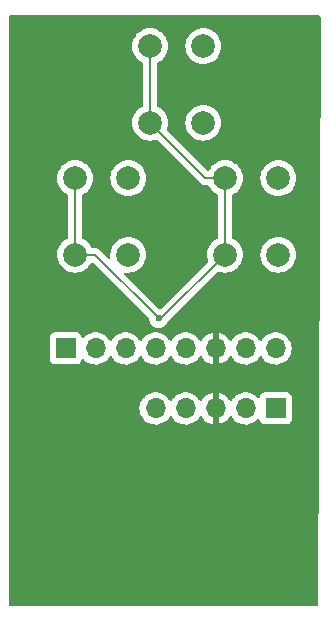
<source format=gbr>
%TF.GenerationSoftware,KiCad,Pcbnew,(6.0.5)*%
%TF.CreationDate,2022-11-12T13:49:09-06:00*%
%TF.ProjectId,remote,72656d6f-7465-42e6-9b69-6361645f7063,rev?*%
%TF.SameCoordinates,Original*%
%TF.FileFunction,Copper,L2,Bot*%
%TF.FilePolarity,Positive*%
%FSLAX46Y46*%
G04 Gerber Fmt 4.6, Leading zero omitted, Abs format (unit mm)*
G04 Created by KiCad (PCBNEW (6.0.5)) date 2022-11-12 13:49:09*
%MOMM*%
%LPD*%
G01*
G04 APERTURE LIST*
%TA.AperFunction,ComponentPad*%
%ADD10R,1.700000X1.700000*%
%TD*%
%TA.AperFunction,ComponentPad*%
%ADD11O,1.700000X1.700000*%
%TD*%
%TA.AperFunction,ComponentPad*%
%ADD12C,2.000000*%
%TD*%
%TA.AperFunction,ViaPad*%
%ADD13C,0.600000*%
%TD*%
%TA.AperFunction,Conductor*%
%ADD14C,0.127000*%
%TD*%
G04 APERTURE END LIST*
D10*
%TO.P,J4,1,Pin_1*%
%TO.N,Net-(J3-Pad8)*%
X101854000Y-135382000D03*
D11*
%TO.P,J4,2,Pin_2*%
%TO.N,Net-(J3-Pad7)*%
X99314000Y-135382000D03*
%TO.P,J4,3,Pin_3*%
%TO.N,/remote_GND*%
X96774000Y-135382000D03*
%TO.P,J4,4,Pin_4*%
%TO.N,Net-(J3-Pad5)*%
X94234000Y-135382000D03*
%TO.P,J4,5,Pin_5*%
%TO.N,Net-(J3-Pad4)*%
X91694000Y-135382000D03*
%TD*%
D12*
%TO.P,SW2,1,1*%
%TO.N,Net-(R13-Pad1)*%
X97572000Y-115876000D03*
X97572000Y-122376000D03*
%TO.P,SW2,2,2*%
%TO.N,Net-(J3-Pad2)*%
X102072000Y-122376000D03*
X102072000Y-115876000D03*
%TD*%
%TO.P,SW3,1,1*%
%TO.N,Net-(R13-Pad1)*%
X91222000Y-104700000D03*
X91222000Y-111200000D03*
%TO.P,SW3,2,2*%
%TO.N,Net-(J3-Pad3)*%
X95722000Y-111200000D03*
X95722000Y-104700000D03*
%TD*%
D10*
%TO.P,J3,1,Pin_1*%
%TO.N,Net-(J3-Pad1)*%
X84074000Y-130302000D03*
D11*
%TO.P,J3,2,Pin_2*%
%TO.N,Net-(J3-Pad2)*%
X86614000Y-130302000D03*
%TO.P,J3,3,Pin_3*%
%TO.N,Net-(J3-Pad3)*%
X89154000Y-130302000D03*
%TO.P,J3,4,Pin_4*%
%TO.N,Net-(J3-Pad4)*%
X91694000Y-130302000D03*
%TO.P,J3,5,Pin_5*%
%TO.N,Net-(J3-Pad5)*%
X94234000Y-130302000D03*
%TO.P,J3,6,Pin_6*%
%TO.N,/remote_GND*%
X96774000Y-130302000D03*
%TO.P,J3,7,Pin_7*%
%TO.N,Net-(J3-Pad7)*%
X99314000Y-130302000D03*
%TO.P,J3,8,Pin_8*%
%TO.N,Net-(J3-Pad8)*%
X101854000Y-130302000D03*
%TD*%
D12*
%TO.P,SW1,1,1*%
%TO.N,Net-(R13-Pad1)*%
X84872000Y-115876000D03*
X84872000Y-122376000D03*
%TO.P,SW1,2,2*%
%TO.N,Net-(J3-Pad1)*%
X89372000Y-115876000D03*
X89372000Y-122376000D03*
%TD*%
D13*
%TO.N,Net-(R13-Pad1)*%
X91948000Y-127762000D03*
%TD*%
D14*
%TO.N,Net-(R13-Pad1)*%
X84872000Y-122376000D02*
X84872000Y-115876000D01*
X97572000Y-122376000D02*
X97572000Y-115876000D01*
X92186000Y-127762000D02*
X97572000Y-122376000D01*
X91948000Y-127762000D02*
X92186000Y-127762000D01*
X97572000Y-115876000D02*
X95898000Y-115876000D01*
X86562000Y-122376000D02*
X84872000Y-122376000D01*
X95898000Y-115876000D02*
X91222000Y-111200000D01*
X91948000Y-127762000D02*
X86562000Y-122376000D01*
X91222000Y-111200000D02*
X91222000Y-104700000D01*
%TD*%
%TA.AperFunction,Conductor*%
%TO.N,/remote_GND*%
G36*
X105604208Y-102128502D02*
G01*
X105650701Y-102182158D01*
X105662085Y-102235132D01*
X105488814Y-136716025D01*
X105411909Y-152020133D01*
X105391565Y-152088153D01*
X105337677Y-152134375D01*
X105285911Y-152145500D01*
X79374500Y-152145500D01*
X79306379Y-152125498D01*
X79259886Y-152071842D01*
X79248500Y-152019500D01*
X79248500Y-135348695D01*
X90331251Y-135348695D01*
X90344110Y-135571715D01*
X90345247Y-135576761D01*
X90345248Y-135576767D01*
X90366275Y-135670069D01*
X90393222Y-135789639D01*
X90477266Y-135996616D01*
X90514685Y-136057678D01*
X90591291Y-136182688D01*
X90593987Y-136187088D01*
X90740250Y-136355938D01*
X90912126Y-136498632D01*
X91105000Y-136611338D01*
X91313692Y-136691030D01*
X91318760Y-136692061D01*
X91318763Y-136692062D01*
X91413862Y-136711410D01*
X91532597Y-136735567D01*
X91537772Y-136735757D01*
X91537774Y-136735757D01*
X91750673Y-136743564D01*
X91750677Y-136743564D01*
X91755837Y-136743753D01*
X91760957Y-136743097D01*
X91760959Y-136743097D01*
X91972288Y-136716025D01*
X91972289Y-136716025D01*
X91977416Y-136715368D01*
X91982366Y-136713883D01*
X92186429Y-136652661D01*
X92186434Y-136652659D01*
X92191384Y-136651174D01*
X92391994Y-136552896D01*
X92573860Y-136423173D01*
X92732096Y-136265489D01*
X92791594Y-136182689D01*
X92862453Y-136084077D01*
X92863776Y-136085028D01*
X92910645Y-136041857D01*
X92980580Y-136029625D01*
X93046026Y-136057144D01*
X93073875Y-136088994D01*
X93133987Y-136187088D01*
X93280250Y-136355938D01*
X93452126Y-136498632D01*
X93645000Y-136611338D01*
X93853692Y-136691030D01*
X93858760Y-136692061D01*
X93858763Y-136692062D01*
X93953862Y-136711410D01*
X94072597Y-136735567D01*
X94077772Y-136735757D01*
X94077774Y-136735757D01*
X94290673Y-136743564D01*
X94290677Y-136743564D01*
X94295837Y-136743753D01*
X94300957Y-136743097D01*
X94300959Y-136743097D01*
X94512288Y-136716025D01*
X94512289Y-136716025D01*
X94517416Y-136715368D01*
X94522366Y-136713883D01*
X94726429Y-136652661D01*
X94726434Y-136652659D01*
X94731384Y-136651174D01*
X94931994Y-136552896D01*
X95113860Y-136423173D01*
X95272096Y-136265489D01*
X95331594Y-136182689D01*
X95402453Y-136084077D01*
X95403640Y-136084930D01*
X95450960Y-136041362D01*
X95520897Y-136029145D01*
X95586338Y-136056678D01*
X95614166Y-136088511D01*
X95671694Y-136182388D01*
X95677777Y-136190699D01*
X95817213Y-136351667D01*
X95824580Y-136358883D01*
X95988434Y-136494916D01*
X95996881Y-136500831D01*
X96180756Y-136608279D01*
X96190042Y-136612729D01*
X96389001Y-136688703D01*
X96398899Y-136691579D01*
X96502250Y-136712606D01*
X96516299Y-136711410D01*
X96520000Y-136701065D01*
X96520000Y-136700517D01*
X97028000Y-136700517D01*
X97032064Y-136714359D01*
X97045478Y-136716393D01*
X97052184Y-136715534D01*
X97062262Y-136713392D01*
X97266255Y-136652191D01*
X97275842Y-136648433D01*
X97467095Y-136554739D01*
X97475945Y-136549464D01*
X97649328Y-136425792D01*
X97657200Y-136419139D01*
X97808052Y-136268812D01*
X97814730Y-136260965D01*
X97942022Y-136083819D01*
X97943279Y-136084722D01*
X97990373Y-136041362D01*
X98060311Y-136029145D01*
X98125751Y-136056678D01*
X98153579Y-136088511D01*
X98213987Y-136187088D01*
X98360250Y-136355938D01*
X98532126Y-136498632D01*
X98725000Y-136611338D01*
X98933692Y-136691030D01*
X98938760Y-136692061D01*
X98938763Y-136692062D01*
X99033862Y-136711410D01*
X99152597Y-136735567D01*
X99157772Y-136735757D01*
X99157774Y-136735757D01*
X99370673Y-136743564D01*
X99370677Y-136743564D01*
X99375837Y-136743753D01*
X99380957Y-136743097D01*
X99380959Y-136743097D01*
X99592288Y-136716025D01*
X99592289Y-136716025D01*
X99597416Y-136715368D01*
X99602366Y-136713883D01*
X99806429Y-136652661D01*
X99806434Y-136652659D01*
X99811384Y-136651174D01*
X100011994Y-136552896D01*
X100193860Y-136423173D01*
X100302091Y-136315319D01*
X100364462Y-136281404D01*
X100435268Y-136286592D01*
X100492030Y-136329238D01*
X100509012Y-136360341D01*
X100553385Y-136478705D01*
X100640739Y-136595261D01*
X100757295Y-136682615D01*
X100893684Y-136733745D01*
X100955866Y-136740500D01*
X102752134Y-136740500D01*
X102814316Y-136733745D01*
X102950705Y-136682615D01*
X103067261Y-136595261D01*
X103154615Y-136478705D01*
X103205745Y-136342316D01*
X103212500Y-136280134D01*
X103212500Y-134483866D01*
X103205745Y-134421684D01*
X103154615Y-134285295D01*
X103067261Y-134168739D01*
X102950705Y-134081385D01*
X102814316Y-134030255D01*
X102752134Y-134023500D01*
X100955866Y-134023500D01*
X100893684Y-134030255D01*
X100757295Y-134081385D01*
X100640739Y-134168739D01*
X100553385Y-134285295D01*
X100550233Y-134293703D01*
X100508919Y-134403907D01*
X100466277Y-134460671D01*
X100399716Y-134485371D01*
X100330367Y-134470163D01*
X100297743Y-134444476D01*
X100247151Y-134388875D01*
X100247142Y-134388866D01*
X100243670Y-134385051D01*
X100239619Y-134381852D01*
X100239615Y-134381848D01*
X100072414Y-134249800D01*
X100072410Y-134249798D01*
X100068359Y-134246598D01*
X100032028Y-134226542D01*
X100016136Y-134217769D01*
X99872789Y-134138638D01*
X99867920Y-134136914D01*
X99867916Y-134136912D01*
X99667087Y-134065795D01*
X99667083Y-134065794D01*
X99662212Y-134064069D01*
X99657119Y-134063162D01*
X99657116Y-134063161D01*
X99447373Y-134025800D01*
X99447367Y-134025799D01*
X99442284Y-134024894D01*
X99368452Y-134023992D01*
X99224081Y-134022228D01*
X99224079Y-134022228D01*
X99218911Y-134022165D01*
X98998091Y-134055955D01*
X98785756Y-134125357D01*
X98587607Y-134228507D01*
X98583474Y-134231610D01*
X98583471Y-134231612D01*
X98413100Y-134359530D01*
X98408965Y-134362635D01*
X98383541Y-134389240D01*
X98315280Y-134460671D01*
X98254629Y-134524138D01*
X98147204Y-134681618D01*
X98146898Y-134682066D01*
X98091987Y-134727069D01*
X98021462Y-134735240D01*
X97957715Y-134703986D01*
X97937018Y-134679502D01*
X97856426Y-134554926D01*
X97850136Y-134546757D01*
X97706806Y-134389240D01*
X97699273Y-134382215D01*
X97532139Y-134250222D01*
X97523552Y-134244517D01*
X97337117Y-134141599D01*
X97327705Y-134137369D01*
X97126959Y-134066280D01*
X97116988Y-134063646D01*
X97045837Y-134050972D01*
X97032540Y-134052432D01*
X97028000Y-134066989D01*
X97028000Y-136700517D01*
X96520000Y-136700517D01*
X96520000Y-134065102D01*
X96516082Y-134051758D01*
X96501806Y-134049771D01*
X96463324Y-134055660D01*
X96453288Y-134058051D01*
X96250868Y-134124212D01*
X96241359Y-134128209D01*
X96052463Y-134226542D01*
X96043738Y-134232036D01*
X95873433Y-134359905D01*
X95865726Y-134366748D01*
X95718590Y-134520717D01*
X95712109Y-134528722D01*
X95607498Y-134682074D01*
X95552587Y-134727076D01*
X95482062Y-134735247D01*
X95418315Y-134703993D01*
X95397618Y-134679509D01*
X95316822Y-134554617D01*
X95316820Y-134554614D01*
X95314014Y-134550277D01*
X95163670Y-134385051D01*
X95159619Y-134381852D01*
X95159615Y-134381848D01*
X94992414Y-134249800D01*
X94992410Y-134249798D01*
X94988359Y-134246598D01*
X94952028Y-134226542D01*
X94936136Y-134217769D01*
X94792789Y-134138638D01*
X94787920Y-134136914D01*
X94787916Y-134136912D01*
X94587087Y-134065795D01*
X94587083Y-134065794D01*
X94582212Y-134064069D01*
X94577119Y-134063162D01*
X94577116Y-134063161D01*
X94367373Y-134025800D01*
X94367367Y-134025799D01*
X94362284Y-134024894D01*
X94288452Y-134023992D01*
X94144081Y-134022228D01*
X94144079Y-134022228D01*
X94138911Y-134022165D01*
X93918091Y-134055955D01*
X93705756Y-134125357D01*
X93507607Y-134228507D01*
X93503474Y-134231610D01*
X93503471Y-134231612D01*
X93333100Y-134359530D01*
X93328965Y-134362635D01*
X93303541Y-134389240D01*
X93235280Y-134460671D01*
X93174629Y-134524138D01*
X93067201Y-134681621D01*
X93012293Y-134726621D01*
X92941768Y-134734792D01*
X92878021Y-134703538D01*
X92857324Y-134679054D01*
X92776822Y-134554617D01*
X92776820Y-134554614D01*
X92774014Y-134550277D01*
X92623670Y-134385051D01*
X92619619Y-134381852D01*
X92619615Y-134381848D01*
X92452414Y-134249800D01*
X92452410Y-134249798D01*
X92448359Y-134246598D01*
X92412028Y-134226542D01*
X92396136Y-134217769D01*
X92252789Y-134138638D01*
X92247920Y-134136914D01*
X92247916Y-134136912D01*
X92047087Y-134065795D01*
X92047083Y-134065794D01*
X92042212Y-134064069D01*
X92037119Y-134063162D01*
X92037116Y-134063161D01*
X91827373Y-134025800D01*
X91827367Y-134025799D01*
X91822284Y-134024894D01*
X91748452Y-134023992D01*
X91604081Y-134022228D01*
X91604079Y-134022228D01*
X91598911Y-134022165D01*
X91378091Y-134055955D01*
X91165756Y-134125357D01*
X90967607Y-134228507D01*
X90963474Y-134231610D01*
X90963471Y-134231612D01*
X90793100Y-134359530D01*
X90788965Y-134362635D01*
X90763541Y-134389240D01*
X90695280Y-134460671D01*
X90634629Y-134524138D01*
X90508743Y-134708680D01*
X90414688Y-134911305D01*
X90354989Y-135126570D01*
X90331251Y-135348695D01*
X79248500Y-135348695D01*
X79248500Y-131200134D01*
X82715500Y-131200134D01*
X82722255Y-131262316D01*
X82773385Y-131398705D01*
X82860739Y-131515261D01*
X82977295Y-131602615D01*
X83113684Y-131653745D01*
X83175866Y-131660500D01*
X84972134Y-131660500D01*
X85034316Y-131653745D01*
X85170705Y-131602615D01*
X85287261Y-131515261D01*
X85374615Y-131398705D01*
X85396799Y-131339529D01*
X85418598Y-131281382D01*
X85461240Y-131224618D01*
X85527802Y-131199918D01*
X85597150Y-131215126D01*
X85631817Y-131243114D01*
X85660250Y-131275938D01*
X85832126Y-131418632D01*
X86025000Y-131531338D01*
X86233692Y-131611030D01*
X86238760Y-131612061D01*
X86238763Y-131612062D01*
X86333862Y-131631410D01*
X86452597Y-131655567D01*
X86457772Y-131655757D01*
X86457774Y-131655757D01*
X86670673Y-131663564D01*
X86670677Y-131663564D01*
X86675837Y-131663753D01*
X86680957Y-131663097D01*
X86680959Y-131663097D01*
X86892288Y-131636025D01*
X86892289Y-131636025D01*
X86897416Y-131635368D01*
X86902366Y-131633883D01*
X87106429Y-131572661D01*
X87106434Y-131572659D01*
X87111384Y-131571174D01*
X87311994Y-131472896D01*
X87493860Y-131343173D01*
X87652096Y-131185489D01*
X87782453Y-131004077D01*
X87783776Y-131005028D01*
X87830645Y-130961857D01*
X87900580Y-130949625D01*
X87966026Y-130977144D01*
X87993875Y-131008994D01*
X88053987Y-131107088D01*
X88200250Y-131275938D01*
X88372126Y-131418632D01*
X88565000Y-131531338D01*
X88773692Y-131611030D01*
X88778760Y-131612061D01*
X88778763Y-131612062D01*
X88873862Y-131631410D01*
X88992597Y-131655567D01*
X88997772Y-131655757D01*
X88997774Y-131655757D01*
X89210673Y-131663564D01*
X89210677Y-131663564D01*
X89215837Y-131663753D01*
X89220957Y-131663097D01*
X89220959Y-131663097D01*
X89432288Y-131636025D01*
X89432289Y-131636025D01*
X89437416Y-131635368D01*
X89442366Y-131633883D01*
X89646429Y-131572661D01*
X89646434Y-131572659D01*
X89651384Y-131571174D01*
X89851994Y-131472896D01*
X90033860Y-131343173D01*
X90192096Y-131185489D01*
X90322453Y-131004077D01*
X90323776Y-131005028D01*
X90370645Y-130961857D01*
X90440580Y-130949625D01*
X90506026Y-130977144D01*
X90533875Y-131008994D01*
X90593987Y-131107088D01*
X90740250Y-131275938D01*
X90912126Y-131418632D01*
X91105000Y-131531338D01*
X91313692Y-131611030D01*
X91318760Y-131612061D01*
X91318763Y-131612062D01*
X91413862Y-131631410D01*
X91532597Y-131655567D01*
X91537772Y-131655757D01*
X91537774Y-131655757D01*
X91750673Y-131663564D01*
X91750677Y-131663564D01*
X91755837Y-131663753D01*
X91760957Y-131663097D01*
X91760959Y-131663097D01*
X91972288Y-131636025D01*
X91972289Y-131636025D01*
X91977416Y-131635368D01*
X91982366Y-131633883D01*
X92186429Y-131572661D01*
X92186434Y-131572659D01*
X92191384Y-131571174D01*
X92391994Y-131472896D01*
X92573860Y-131343173D01*
X92732096Y-131185489D01*
X92862453Y-131004077D01*
X92863776Y-131005028D01*
X92910645Y-130961857D01*
X92980580Y-130949625D01*
X93046026Y-130977144D01*
X93073875Y-131008994D01*
X93133987Y-131107088D01*
X93280250Y-131275938D01*
X93452126Y-131418632D01*
X93645000Y-131531338D01*
X93853692Y-131611030D01*
X93858760Y-131612061D01*
X93858763Y-131612062D01*
X93953862Y-131631410D01*
X94072597Y-131655567D01*
X94077772Y-131655757D01*
X94077774Y-131655757D01*
X94290673Y-131663564D01*
X94290677Y-131663564D01*
X94295837Y-131663753D01*
X94300957Y-131663097D01*
X94300959Y-131663097D01*
X94512288Y-131636025D01*
X94512289Y-131636025D01*
X94517416Y-131635368D01*
X94522366Y-131633883D01*
X94726429Y-131572661D01*
X94726434Y-131572659D01*
X94731384Y-131571174D01*
X94931994Y-131472896D01*
X95113860Y-131343173D01*
X95272096Y-131185489D01*
X95402453Y-131004077D01*
X95403640Y-131004930D01*
X95450960Y-130961362D01*
X95520897Y-130949145D01*
X95586338Y-130976678D01*
X95614166Y-131008511D01*
X95671694Y-131102388D01*
X95677777Y-131110699D01*
X95817213Y-131271667D01*
X95824580Y-131278883D01*
X95988434Y-131414916D01*
X95996881Y-131420831D01*
X96180756Y-131528279D01*
X96190042Y-131532729D01*
X96389001Y-131608703D01*
X96398899Y-131611579D01*
X96502250Y-131632606D01*
X96516299Y-131631410D01*
X96520000Y-131621065D01*
X96520000Y-131620517D01*
X97028000Y-131620517D01*
X97032064Y-131634359D01*
X97045478Y-131636393D01*
X97052184Y-131635534D01*
X97062262Y-131633392D01*
X97266255Y-131572191D01*
X97275842Y-131568433D01*
X97467095Y-131474739D01*
X97475945Y-131469464D01*
X97649328Y-131345792D01*
X97657200Y-131339139D01*
X97808052Y-131188812D01*
X97814730Y-131180965D01*
X97942022Y-131003819D01*
X97943279Y-131004722D01*
X97990373Y-130961362D01*
X98060311Y-130949145D01*
X98125751Y-130976678D01*
X98153579Y-131008511D01*
X98213987Y-131107088D01*
X98360250Y-131275938D01*
X98532126Y-131418632D01*
X98725000Y-131531338D01*
X98933692Y-131611030D01*
X98938760Y-131612061D01*
X98938763Y-131612062D01*
X99033862Y-131631410D01*
X99152597Y-131655567D01*
X99157772Y-131655757D01*
X99157774Y-131655757D01*
X99370673Y-131663564D01*
X99370677Y-131663564D01*
X99375837Y-131663753D01*
X99380957Y-131663097D01*
X99380959Y-131663097D01*
X99592288Y-131636025D01*
X99592289Y-131636025D01*
X99597416Y-131635368D01*
X99602366Y-131633883D01*
X99806429Y-131572661D01*
X99806434Y-131572659D01*
X99811384Y-131571174D01*
X100011994Y-131472896D01*
X100193860Y-131343173D01*
X100352096Y-131185489D01*
X100482453Y-131004077D01*
X100483776Y-131005028D01*
X100530645Y-130961857D01*
X100600580Y-130949625D01*
X100666026Y-130977144D01*
X100693875Y-131008994D01*
X100753987Y-131107088D01*
X100900250Y-131275938D01*
X101072126Y-131418632D01*
X101265000Y-131531338D01*
X101473692Y-131611030D01*
X101478760Y-131612061D01*
X101478763Y-131612062D01*
X101573862Y-131631410D01*
X101692597Y-131655567D01*
X101697772Y-131655757D01*
X101697774Y-131655757D01*
X101910673Y-131663564D01*
X101910677Y-131663564D01*
X101915837Y-131663753D01*
X101920957Y-131663097D01*
X101920959Y-131663097D01*
X102132288Y-131636025D01*
X102132289Y-131636025D01*
X102137416Y-131635368D01*
X102142366Y-131633883D01*
X102346429Y-131572661D01*
X102346434Y-131572659D01*
X102351384Y-131571174D01*
X102551994Y-131472896D01*
X102733860Y-131343173D01*
X102892096Y-131185489D01*
X103022453Y-131004077D01*
X103035995Y-130976678D01*
X103119136Y-130808453D01*
X103119137Y-130808451D01*
X103121430Y-130803811D01*
X103186370Y-130590069D01*
X103215529Y-130368590D01*
X103217156Y-130302000D01*
X103198852Y-130079361D01*
X103144431Y-129862702D01*
X103055354Y-129657840D01*
X102934014Y-129470277D01*
X102783670Y-129305051D01*
X102779619Y-129301852D01*
X102779615Y-129301848D01*
X102612414Y-129169800D01*
X102612410Y-129169798D01*
X102608359Y-129166598D01*
X102572028Y-129146542D01*
X102556136Y-129137769D01*
X102412789Y-129058638D01*
X102407920Y-129056914D01*
X102407916Y-129056912D01*
X102207087Y-128985795D01*
X102207083Y-128985794D01*
X102202212Y-128984069D01*
X102197119Y-128983162D01*
X102197116Y-128983161D01*
X101987373Y-128945800D01*
X101987367Y-128945799D01*
X101982284Y-128944894D01*
X101908452Y-128943992D01*
X101764081Y-128942228D01*
X101764079Y-128942228D01*
X101758911Y-128942165D01*
X101538091Y-128975955D01*
X101325756Y-129045357D01*
X101127607Y-129148507D01*
X101123474Y-129151610D01*
X101123471Y-129151612D01*
X100953100Y-129279530D01*
X100948965Y-129282635D01*
X100945393Y-129286373D01*
X100837729Y-129399037D01*
X100794629Y-129444138D01*
X100687201Y-129601621D01*
X100632293Y-129646621D01*
X100561768Y-129654792D01*
X100498021Y-129623538D01*
X100477324Y-129599054D01*
X100396822Y-129474617D01*
X100396820Y-129474614D01*
X100394014Y-129470277D01*
X100243670Y-129305051D01*
X100239619Y-129301852D01*
X100239615Y-129301848D01*
X100072414Y-129169800D01*
X100072410Y-129169798D01*
X100068359Y-129166598D01*
X100032028Y-129146542D01*
X100016136Y-129137769D01*
X99872789Y-129058638D01*
X99867920Y-129056914D01*
X99867916Y-129056912D01*
X99667087Y-128985795D01*
X99667083Y-128985794D01*
X99662212Y-128984069D01*
X99657119Y-128983162D01*
X99657116Y-128983161D01*
X99447373Y-128945800D01*
X99447367Y-128945799D01*
X99442284Y-128944894D01*
X99368452Y-128943992D01*
X99224081Y-128942228D01*
X99224079Y-128942228D01*
X99218911Y-128942165D01*
X98998091Y-128975955D01*
X98785756Y-129045357D01*
X98587607Y-129148507D01*
X98583474Y-129151610D01*
X98583471Y-129151612D01*
X98413100Y-129279530D01*
X98408965Y-129282635D01*
X98405393Y-129286373D01*
X98297729Y-129399037D01*
X98254629Y-129444138D01*
X98147204Y-129601618D01*
X98146898Y-129602066D01*
X98091987Y-129647069D01*
X98021462Y-129655240D01*
X97957715Y-129623986D01*
X97937018Y-129599502D01*
X97856426Y-129474926D01*
X97850136Y-129466757D01*
X97706806Y-129309240D01*
X97699273Y-129302215D01*
X97532139Y-129170222D01*
X97523552Y-129164517D01*
X97337117Y-129061599D01*
X97327705Y-129057369D01*
X97126959Y-128986280D01*
X97116988Y-128983646D01*
X97045837Y-128970972D01*
X97032540Y-128972432D01*
X97028000Y-128986989D01*
X97028000Y-131620517D01*
X96520000Y-131620517D01*
X96520000Y-128985102D01*
X96516082Y-128971758D01*
X96501806Y-128969771D01*
X96463324Y-128975660D01*
X96453288Y-128978051D01*
X96250868Y-129044212D01*
X96241359Y-129048209D01*
X96052463Y-129146542D01*
X96043738Y-129152036D01*
X95873433Y-129279905D01*
X95865726Y-129286748D01*
X95718590Y-129440717D01*
X95712109Y-129448722D01*
X95607498Y-129602074D01*
X95552587Y-129647076D01*
X95482062Y-129655247D01*
X95418315Y-129623993D01*
X95397618Y-129599509D01*
X95316822Y-129474617D01*
X95316820Y-129474614D01*
X95314014Y-129470277D01*
X95163670Y-129305051D01*
X95159619Y-129301852D01*
X95159615Y-129301848D01*
X94992414Y-129169800D01*
X94992410Y-129169798D01*
X94988359Y-129166598D01*
X94952028Y-129146542D01*
X94936136Y-129137769D01*
X94792789Y-129058638D01*
X94787920Y-129056914D01*
X94787916Y-129056912D01*
X94587087Y-128985795D01*
X94587083Y-128985794D01*
X94582212Y-128984069D01*
X94577119Y-128983162D01*
X94577116Y-128983161D01*
X94367373Y-128945800D01*
X94367367Y-128945799D01*
X94362284Y-128944894D01*
X94288452Y-128943992D01*
X94144081Y-128942228D01*
X94144079Y-128942228D01*
X94138911Y-128942165D01*
X93918091Y-128975955D01*
X93705756Y-129045357D01*
X93507607Y-129148507D01*
X93503474Y-129151610D01*
X93503471Y-129151612D01*
X93333100Y-129279530D01*
X93328965Y-129282635D01*
X93325393Y-129286373D01*
X93217729Y-129399037D01*
X93174629Y-129444138D01*
X93067201Y-129601621D01*
X93012293Y-129646621D01*
X92941768Y-129654792D01*
X92878021Y-129623538D01*
X92857324Y-129599054D01*
X92776822Y-129474617D01*
X92776820Y-129474614D01*
X92774014Y-129470277D01*
X92623670Y-129305051D01*
X92619619Y-129301852D01*
X92619615Y-129301848D01*
X92452414Y-129169800D01*
X92452410Y-129169798D01*
X92448359Y-129166598D01*
X92412028Y-129146542D01*
X92396136Y-129137769D01*
X92252789Y-129058638D01*
X92247920Y-129056914D01*
X92247916Y-129056912D01*
X92047087Y-128985795D01*
X92047083Y-128985794D01*
X92042212Y-128984069D01*
X92037119Y-128983162D01*
X92037116Y-128983161D01*
X91827373Y-128945800D01*
X91827367Y-128945799D01*
X91822284Y-128944894D01*
X91748452Y-128943992D01*
X91604081Y-128942228D01*
X91604079Y-128942228D01*
X91598911Y-128942165D01*
X91378091Y-128975955D01*
X91165756Y-129045357D01*
X90967607Y-129148507D01*
X90963474Y-129151610D01*
X90963471Y-129151612D01*
X90793100Y-129279530D01*
X90788965Y-129282635D01*
X90785393Y-129286373D01*
X90677729Y-129399037D01*
X90634629Y-129444138D01*
X90527201Y-129601621D01*
X90472293Y-129646621D01*
X90401768Y-129654792D01*
X90338021Y-129623538D01*
X90317324Y-129599054D01*
X90236822Y-129474617D01*
X90236820Y-129474614D01*
X90234014Y-129470277D01*
X90083670Y-129305051D01*
X90079619Y-129301852D01*
X90079615Y-129301848D01*
X89912414Y-129169800D01*
X89912410Y-129169798D01*
X89908359Y-129166598D01*
X89872028Y-129146542D01*
X89856136Y-129137769D01*
X89712789Y-129058638D01*
X89707920Y-129056914D01*
X89707916Y-129056912D01*
X89507087Y-128985795D01*
X89507083Y-128985794D01*
X89502212Y-128984069D01*
X89497119Y-128983162D01*
X89497116Y-128983161D01*
X89287373Y-128945800D01*
X89287367Y-128945799D01*
X89282284Y-128944894D01*
X89208452Y-128943992D01*
X89064081Y-128942228D01*
X89064079Y-128942228D01*
X89058911Y-128942165D01*
X88838091Y-128975955D01*
X88625756Y-129045357D01*
X88427607Y-129148507D01*
X88423474Y-129151610D01*
X88423471Y-129151612D01*
X88253100Y-129279530D01*
X88248965Y-129282635D01*
X88245393Y-129286373D01*
X88137729Y-129399037D01*
X88094629Y-129444138D01*
X87987201Y-129601621D01*
X87932293Y-129646621D01*
X87861768Y-129654792D01*
X87798021Y-129623538D01*
X87777324Y-129599054D01*
X87696822Y-129474617D01*
X87696820Y-129474614D01*
X87694014Y-129470277D01*
X87543670Y-129305051D01*
X87539619Y-129301852D01*
X87539615Y-129301848D01*
X87372414Y-129169800D01*
X87372410Y-129169798D01*
X87368359Y-129166598D01*
X87332028Y-129146542D01*
X87316136Y-129137769D01*
X87172789Y-129058638D01*
X87167920Y-129056914D01*
X87167916Y-129056912D01*
X86967087Y-128985795D01*
X86967083Y-128985794D01*
X86962212Y-128984069D01*
X86957119Y-128983162D01*
X86957116Y-128983161D01*
X86747373Y-128945800D01*
X86747367Y-128945799D01*
X86742284Y-128944894D01*
X86668452Y-128943992D01*
X86524081Y-128942228D01*
X86524079Y-128942228D01*
X86518911Y-128942165D01*
X86298091Y-128975955D01*
X86085756Y-129045357D01*
X85887607Y-129148507D01*
X85883474Y-129151610D01*
X85883471Y-129151612D01*
X85713100Y-129279530D01*
X85708965Y-129282635D01*
X85652537Y-129341684D01*
X85628283Y-129367064D01*
X85566759Y-129402494D01*
X85495846Y-129399037D01*
X85438060Y-129357791D01*
X85419207Y-129324243D01*
X85377767Y-129213703D01*
X85374615Y-129205295D01*
X85287261Y-129088739D01*
X85170705Y-129001385D01*
X85034316Y-128950255D01*
X84972134Y-128943500D01*
X83175866Y-128943500D01*
X83113684Y-128950255D01*
X82977295Y-129001385D01*
X82860739Y-129088739D01*
X82773385Y-129205295D01*
X82722255Y-129341684D01*
X82715500Y-129403866D01*
X82715500Y-131200134D01*
X79248500Y-131200134D01*
X79248500Y-122376000D01*
X83358835Y-122376000D01*
X83377465Y-122612711D01*
X83378619Y-122617518D01*
X83378620Y-122617524D01*
X83392753Y-122676391D01*
X83432895Y-122843594D01*
X83434788Y-122848165D01*
X83434789Y-122848167D01*
X83503197Y-123013318D01*
X83523760Y-123062963D01*
X83526346Y-123067183D01*
X83645241Y-123261202D01*
X83645245Y-123261208D01*
X83647824Y-123265416D01*
X83802031Y-123445969D01*
X83982584Y-123600176D01*
X83986792Y-123602755D01*
X83986798Y-123602759D01*
X84180817Y-123721654D01*
X84185037Y-123724240D01*
X84189607Y-123726133D01*
X84189611Y-123726135D01*
X84351020Y-123792992D01*
X84404406Y-123815105D01*
X84484609Y-123834360D01*
X84630476Y-123869380D01*
X84630482Y-123869381D01*
X84635289Y-123870535D01*
X84872000Y-123889165D01*
X85108711Y-123870535D01*
X85113518Y-123869381D01*
X85113524Y-123869380D01*
X85259391Y-123834360D01*
X85339594Y-123815105D01*
X85392980Y-123792992D01*
X85554389Y-123726135D01*
X85554393Y-123726133D01*
X85558963Y-123724240D01*
X85563183Y-123721654D01*
X85757202Y-123602759D01*
X85757208Y-123602755D01*
X85761416Y-123600176D01*
X85941969Y-123445969D01*
X86096176Y-123265416D01*
X86098755Y-123261208D01*
X86098759Y-123261202D01*
X86220240Y-123062963D01*
X86222835Y-123058906D01*
X86222837Y-123058903D01*
X86277266Y-123013318D01*
X86347700Y-123004396D01*
X86416770Y-123039700D01*
X91103295Y-127726225D01*
X91137321Y-127788537D01*
X91139599Y-127803024D01*
X91152163Y-127931160D01*
X91209418Y-128103273D01*
X91213065Y-128109295D01*
X91213066Y-128109297D01*
X91223978Y-128127314D01*
X91303380Y-128258424D01*
X91429382Y-128388902D01*
X91581159Y-128488222D01*
X91587763Y-128490678D01*
X91587765Y-128490679D01*
X91744558Y-128548990D01*
X91744560Y-128548990D01*
X91751168Y-128551448D01*
X91834995Y-128562633D01*
X91923980Y-128574507D01*
X91923984Y-128574507D01*
X91930961Y-128575438D01*
X91937972Y-128574800D01*
X91937976Y-128574800D01*
X92080459Y-128561832D01*
X92111600Y-128558998D01*
X92118302Y-128556820D01*
X92118304Y-128556820D01*
X92277409Y-128505124D01*
X92277412Y-128505123D01*
X92284108Y-128502947D01*
X92439912Y-128410069D01*
X92571266Y-128284982D01*
X92671643Y-128133902D01*
X92691832Y-128080756D01*
X92720524Y-128036406D01*
X96929912Y-123827018D01*
X96992224Y-123792992D01*
X97067225Y-123799704D01*
X97104406Y-123815105D01*
X97184609Y-123834360D01*
X97330476Y-123869380D01*
X97330482Y-123869381D01*
X97335289Y-123870535D01*
X97572000Y-123889165D01*
X97808711Y-123870535D01*
X97813518Y-123869381D01*
X97813524Y-123869380D01*
X97959391Y-123834360D01*
X98039594Y-123815105D01*
X98092980Y-123792992D01*
X98254389Y-123726135D01*
X98254393Y-123726133D01*
X98258963Y-123724240D01*
X98263183Y-123721654D01*
X98457202Y-123602759D01*
X98457208Y-123602755D01*
X98461416Y-123600176D01*
X98641969Y-123445969D01*
X98796176Y-123265416D01*
X98798755Y-123261208D01*
X98798759Y-123261202D01*
X98917654Y-123067183D01*
X98920240Y-123062963D01*
X98940804Y-123013318D01*
X99009211Y-122848167D01*
X99009212Y-122848165D01*
X99011105Y-122843594D01*
X99051247Y-122676391D01*
X99065380Y-122617524D01*
X99065381Y-122617518D01*
X99066535Y-122612711D01*
X99085165Y-122376000D01*
X100558835Y-122376000D01*
X100577465Y-122612711D01*
X100578619Y-122617518D01*
X100578620Y-122617524D01*
X100592753Y-122676391D01*
X100632895Y-122843594D01*
X100634788Y-122848165D01*
X100634789Y-122848167D01*
X100703197Y-123013318D01*
X100723760Y-123062963D01*
X100726346Y-123067183D01*
X100845241Y-123261202D01*
X100845245Y-123261208D01*
X100847824Y-123265416D01*
X101002031Y-123445969D01*
X101182584Y-123600176D01*
X101186792Y-123602755D01*
X101186798Y-123602759D01*
X101380817Y-123721654D01*
X101385037Y-123724240D01*
X101389607Y-123726133D01*
X101389611Y-123726135D01*
X101551020Y-123792992D01*
X101604406Y-123815105D01*
X101684609Y-123834360D01*
X101830476Y-123869380D01*
X101830482Y-123869381D01*
X101835289Y-123870535D01*
X102072000Y-123889165D01*
X102308711Y-123870535D01*
X102313518Y-123869381D01*
X102313524Y-123869380D01*
X102459391Y-123834360D01*
X102539594Y-123815105D01*
X102592980Y-123792992D01*
X102754389Y-123726135D01*
X102754393Y-123726133D01*
X102758963Y-123724240D01*
X102763183Y-123721654D01*
X102957202Y-123602759D01*
X102957208Y-123602755D01*
X102961416Y-123600176D01*
X103141969Y-123445969D01*
X103296176Y-123265416D01*
X103298755Y-123261208D01*
X103298759Y-123261202D01*
X103417654Y-123067183D01*
X103420240Y-123062963D01*
X103440804Y-123013318D01*
X103509211Y-122848167D01*
X103509212Y-122848165D01*
X103511105Y-122843594D01*
X103551247Y-122676391D01*
X103565380Y-122617524D01*
X103565381Y-122617518D01*
X103566535Y-122612711D01*
X103585165Y-122376000D01*
X103566535Y-122139289D01*
X103511105Y-121908406D01*
X103475267Y-121821884D01*
X103422135Y-121693611D01*
X103422133Y-121693607D01*
X103420240Y-121689037D01*
X103417654Y-121684817D01*
X103298759Y-121490798D01*
X103298755Y-121490792D01*
X103296176Y-121486584D01*
X103141969Y-121306031D01*
X102961416Y-121151824D01*
X102957208Y-121149245D01*
X102957202Y-121149241D01*
X102763183Y-121030346D01*
X102758963Y-121027760D01*
X102754393Y-121025867D01*
X102754389Y-121025865D01*
X102544167Y-120938789D01*
X102544165Y-120938788D01*
X102539594Y-120936895D01*
X102459391Y-120917640D01*
X102313524Y-120882620D01*
X102313518Y-120882619D01*
X102308711Y-120881465D01*
X102072000Y-120862835D01*
X101835289Y-120881465D01*
X101830482Y-120882619D01*
X101830476Y-120882620D01*
X101684609Y-120917640D01*
X101604406Y-120936895D01*
X101599835Y-120938788D01*
X101599833Y-120938789D01*
X101389611Y-121025865D01*
X101389607Y-121025867D01*
X101385037Y-121027760D01*
X101380817Y-121030346D01*
X101186798Y-121149241D01*
X101186792Y-121149245D01*
X101182584Y-121151824D01*
X101002031Y-121306031D01*
X100847824Y-121486584D01*
X100845245Y-121490792D01*
X100845241Y-121490798D01*
X100726346Y-121684817D01*
X100723760Y-121689037D01*
X100721867Y-121693607D01*
X100721865Y-121693611D01*
X100668733Y-121821884D01*
X100632895Y-121908406D01*
X100577465Y-122139289D01*
X100558835Y-122376000D01*
X99085165Y-122376000D01*
X99066535Y-122139289D01*
X99011105Y-121908406D01*
X98975267Y-121821884D01*
X98922135Y-121693611D01*
X98922133Y-121693607D01*
X98920240Y-121689037D01*
X98917654Y-121684817D01*
X98798759Y-121490798D01*
X98798755Y-121490792D01*
X98796176Y-121486584D01*
X98641969Y-121306031D01*
X98461416Y-121151824D01*
X98457208Y-121149245D01*
X98457202Y-121149241D01*
X98263183Y-121030346D01*
X98258963Y-121027760D01*
X98221783Y-121012359D01*
X98166501Y-120967810D01*
X98144000Y-120895950D01*
X98144000Y-117356050D01*
X98164002Y-117287929D01*
X98221782Y-117239641D01*
X98254388Y-117226135D01*
X98258963Y-117224240D01*
X98263183Y-117221654D01*
X98457202Y-117102759D01*
X98457208Y-117102755D01*
X98461416Y-117100176D01*
X98641969Y-116945969D01*
X98796176Y-116765416D01*
X98798755Y-116761208D01*
X98798759Y-116761202D01*
X98917654Y-116567183D01*
X98920240Y-116562963D01*
X98965815Y-116452936D01*
X99009211Y-116348167D01*
X99009212Y-116348165D01*
X99011105Y-116343594D01*
X99066535Y-116112711D01*
X99085165Y-115876000D01*
X100558835Y-115876000D01*
X100577465Y-116112711D01*
X100632895Y-116343594D01*
X100634788Y-116348165D01*
X100634789Y-116348167D01*
X100678186Y-116452936D01*
X100723760Y-116562963D01*
X100726346Y-116567183D01*
X100845241Y-116761202D01*
X100845245Y-116761208D01*
X100847824Y-116765416D01*
X101002031Y-116945969D01*
X101182584Y-117100176D01*
X101186792Y-117102755D01*
X101186798Y-117102759D01*
X101380817Y-117221654D01*
X101385037Y-117224240D01*
X101389607Y-117226133D01*
X101389611Y-117226135D01*
X101599833Y-117313211D01*
X101604406Y-117315105D01*
X101684609Y-117334360D01*
X101830476Y-117369380D01*
X101830482Y-117369381D01*
X101835289Y-117370535D01*
X102072000Y-117389165D01*
X102308711Y-117370535D01*
X102313518Y-117369381D01*
X102313524Y-117369380D01*
X102459391Y-117334360D01*
X102539594Y-117315105D01*
X102544167Y-117313211D01*
X102754389Y-117226135D01*
X102754393Y-117226133D01*
X102758963Y-117224240D01*
X102763183Y-117221654D01*
X102957202Y-117102759D01*
X102957208Y-117102755D01*
X102961416Y-117100176D01*
X103141969Y-116945969D01*
X103296176Y-116765416D01*
X103298755Y-116761208D01*
X103298759Y-116761202D01*
X103417654Y-116567183D01*
X103420240Y-116562963D01*
X103465815Y-116452936D01*
X103509211Y-116348167D01*
X103509212Y-116348165D01*
X103511105Y-116343594D01*
X103566535Y-116112711D01*
X103585165Y-115876000D01*
X103566535Y-115639289D01*
X103511105Y-115408406D01*
X103429028Y-115210253D01*
X103422135Y-115193611D01*
X103422133Y-115193607D01*
X103420240Y-115189037D01*
X103414162Y-115179119D01*
X103298759Y-114990798D01*
X103298755Y-114990792D01*
X103296176Y-114986584D01*
X103141969Y-114806031D01*
X102961416Y-114651824D01*
X102957208Y-114649245D01*
X102957202Y-114649241D01*
X102763183Y-114530346D01*
X102758963Y-114527760D01*
X102754393Y-114525867D01*
X102754389Y-114525865D01*
X102544167Y-114438789D01*
X102544165Y-114438788D01*
X102539594Y-114436895D01*
X102459391Y-114417640D01*
X102313524Y-114382620D01*
X102313518Y-114382619D01*
X102308711Y-114381465D01*
X102072000Y-114362835D01*
X101835289Y-114381465D01*
X101830482Y-114382619D01*
X101830476Y-114382620D01*
X101684609Y-114417640D01*
X101604406Y-114436895D01*
X101599835Y-114438788D01*
X101599833Y-114438789D01*
X101389611Y-114525865D01*
X101389607Y-114525867D01*
X101385037Y-114527760D01*
X101380817Y-114530346D01*
X101186798Y-114649241D01*
X101186792Y-114649245D01*
X101182584Y-114651824D01*
X101002031Y-114806031D01*
X100847824Y-114986584D01*
X100845245Y-114990792D01*
X100845241Y-114990798D01*
X100729838Y-115179119D01*
X100723760Y-115189037D01*
X100721867Y-115193607D01*
X100721865Y-115193611D01*
X100714972Y-115210253D01*
X100632895Y-115408406D01*
X100577465Y-115639289D01*
X100558835Y-115876000D01*
X99085165Y-115876000D01*
X99066535Y-115639289D01*
X99011105Y-115408406D01*
X98929028Y-115210253D01*
X98922135Y-115193611D01*
X98922133Y-115193607D01*
X98920240Y-115189037D01*
X98914162Y-115179119D01*
X98798759Y-114990798D01*
X98798755Y-114990792D01*
X98796176Y-114986584D01*
X98641969Y-114806031D01*
X98461416Y-114651824D01*
X98457208Y-114649245D01*
X98457202Y-114649241D01*
X98263183Y-114530346D01*
X98258963Y-114527760D01*
X98254393Y-114525867D01*
X98254389Y-114525865D01*
X98044167Y-114438789D01*
X98044165Y-114438788D01*
X98039594Y-114436895D01*
X97959391Y-114417640D01*
X97813524Y-114382620D01*
X97813518Y-114382619D01*
X97808711Y-114381465D01*
X97572000Y-114362835D01*
X97335289Y-114381465D01*
X97330482Y-114382619D01*
X97330476Y-114382620D01*
X97184609Y-114417640D01*
X97104406Y-114436895D01*
X97099835Y-114438788D01*
X97099833Y-114438789D01*
X96889611Y-114525865D01*
X96889607Y-114525867D01*
X96885037Y-114527760D01*
X96880817Y-114530346D01*
X96686798Y-114649241D01*
X96686792Y-114649245D01*
X96682584Y-114651824D01*
X96502031Y-114806031D01*
X96347824Y-114986584D01*
X96345242Y-114990797D01*
X96345235Y-114990807D01*
X96229836Y-115179119D01*
X96177189Y-115226751D01*
X96107147Y-115238357D01*
X96041950Y-115210253D01*
X96033309Y-115202379D01*
X92673018Y-111842088D01*
X92638992Y-111779776D01*
X92645704Y-111704775D01*
X92659211Y-111672167D01*
X92659212Y-111672165D01*
X92661105Y-111667594D01*
X92716535Y-111436711D01*
X92735165Y-111200000D01*
X94208835Y-111200000D01*
X94227465Y-111436711D01*
X94282895Y-111667594D01*
X94373760Y-111886963D01*
X94376346Y-111891183D01*
X94495241Y-112085202D01*
X94495245Y-112085208D01*
X94497824Y-112089416D01*
X94652031Y-112269969D01*
X94832584Y-112424176D01*
X94836792Y-112426755D01*
X94836798Y-112426759D01*
X95030817Y-112545654D01*
X95035037Y-112548240D01*
X95039607Y-112550133D01*
X95039611Y-112550135D01*
X95217224Y-112623704D01*
X95254406Y-112639105D01*
X95334609Y-112658360D01*
X95480476Y-112693380D01*
X95480482Y-112693381D01*
X95485289Y-112694535D01*
X95722000Y-112713165D01*
X95958711Y-112694535D01*
X95963518Y-112693381D01*
X95963524Y-112693380D01*
X96109391Y-112658360D01*
X96189594Y-112639105D01*
X96226776Y-112623704D01*
X96404389Y-112550135D01*
X96404393Y-112550133D01*
X96408963Y-112548240D01*
X96413183Y-112545654D01*
X96607202Y-112426759D01*
X96607208Y-112426755D01*
X96611416Y-112424176D01*
X96791969Y-112269969D01*
X96946176Y-112089416D01*
X96948755Y-112085208D01*
X96948759Y-112085202D01*
X97067654Y-111891183D01*
X97070240Y-111886963D01*
X97161105Y-111667594D01*
X97216535Y-111436711D01*
X97235165Y-111200000D01*
X97216535Y-110963289D01*
X97161105Y-110732406D01*
X97070240Y-110513037D01*
X97067654Y-110508817D01*
X96948759Y-110314798D01*
X96948755Y-110314792D01*
X96946176Y-110310584D01*
X96791969Y-110130031D01*
X96611416Y-109975824D01*
X96607208Y-109973245D01*
X96607202Y-109973241D01*
X96413183Y-109854346D01*
X96408963Y-109851760D01*
X96404393Y-109849867D01*
X96404389Y-109849865D01*
X96194167Y-109762789D01*
X96194165Y-109762788D01*
X96189594Y-109760895D01*
X96109391Y-109741640D01*
X95963524Y-109706620D01*
X95963518Y-109706619D01*
X95958711Y-109705465D01*
X95722000Y-109686835D01*
X95485289Y-109705465D01*
X95480482Y-109706619D01*
X95480476Y-109706620D01*
X95334609Y-109741640D01*
X95254406Y-109760895D01*
X95249835Y-109762788D01*
X95249833Y-109762789D01*
X95039611Y-109849865D01*
X95039607Y-109849867D01*
X95035037Y-109851760D01*
X95030817Y-109854346D01*
X94836798Y-109973241D01*
X94836792Y-109973245D01*
X94832584Y-109975824D01*
X94652031Y-110130031D01*
X94497824Y-110310584D01*
X94495245Y-110314792D01*
X94495241Y-110314798D01*
X94376346Y-110508817D01*
X94373760Y-110513037D01*
X94282895Y-110732406D01*
X94227465Y-110963289D01*
X94208835Y-111200000D01*
X92735165Y-111200000D01*
X92716535Y-110963289D01*
X92661105Y-110732406D01*
X92570240Y-110513037D01*
X92567654Y-110508817D01*
X92448759Y-110314798D01*
X92448755Y-110314792D01*
X92446176Y-110310584D01*
X92291969Y-110130031D01*
X92111416Y-109975824D01*
X92107208Y-109973245D01*
X92107202Y-109973241D01*
X91913183Y-109854346D01*
X91908963Y-109851760D01*
X91871783Y-109836359D01*
X91816501Y-109791810D01*
X91794000Y-109719950D01*
X91794000Y-106180050D01*
X91814002Y-106111929D01*
X91871782Y-106063641D01*
X91904388Y-106050135D01*
X91908963Y-106048240D01*
X91913183Y-106045654D01*
X92107202Y-105926759D01*
X92107208Y-105926755D01*
X92111416Y-105924176D01*
X92291969Y-105769969D01*
X92446176Y-105589416D01*
X92448755Y-105585208D01*
X92448759Y-105585202D01*
X92567654Y-105391183D01*
X92570240Y-105386963D01*
X92661105Y-105167594D01*
X92716535Y-104936711D01*
X92735165Y-104700000D01*
X94208835Y-104700000D01*
X94227465Y-104936711D01*
X94282895Y-105167594D01*
X94373760Y-105386963D01*
X94376346Y-105391183D01*
X94495241Y-105585202D01*
X94495245Y-105585208D01*
X94497824Y-105589416D01*
X94652031Y-105769969D01*
X94832584Y-105924176D01*
X94836792Y-105926755D01*
X94836798Y-105926759D01*
X95030817Y-106045654D01*
X95035037Y-106048240D01*
X95039607Y-106050133D01*
X95039611Y-106050135D01*
X95249833Y-106137211D01*
X95254406Y-106139105D01*
X95334609Y-106158360D01*
X95480476Y-106193380D01*
X95480482Y-106193381D01*
X95485289Y-106194535D01*
X95722000Y-106213165D01*
X95958711Y-106194535D01*
X95963518Y-106193381D01*
X95963524Y-106193380D01*
X96109391Y-106158360D01*
X96189594Y-106139105D01*
X96194167Y-106137211D01*
X96404389Y-106050135D01*
X96404393Y-106050133D01*
X96408963Y-106048240D01*
X96413183Y-106045654D01*
X96607202Y-105926759D01*
X96607208Y-105926755D01*
X96611416Y-105924176D01*
X96791969Y-105769969D01*
X96946176Y-105589416D01*
X96948755Y-105585208D01*
X96948759Y-105585202D01*
X97067654Y-105391183D01*
X97070240Y-105386963D01*
X97161105Y-105167594D01*
X97216535Y-104936711D01*
X97235165Y-104700000D01*
X97216535Y-104463289D01*
X97161105Y-104232406D01*
X97070240Y-104013037D01*
X97067654Y-104008817D01*
X96948759Y-103814798D01*
X96948755Y-103814792D01*
X96946176Y-103810584D01*
X96791969Y-103630031D01*
X96611416Y-103475824D01*
X96607208Y-103473245D01*
X96607202Y-103473241D01*
X96413183Y-103354346D01*
X96408963Y-103351760D01*
X96404393Y-103349867D01*
X96404389Y-103349865D01*
X96194167Y-103262789D01*
X96194165Y-103262788D01*
X96189594Y-103260895D01*
X96109391Y-103241640D01*
X95963524Y-103206620D01*
X95963518Y-103206619D01*
X95958711Y-103205465D01*
X95722000Y-103186835D01*
X95485289Y-103205465D01*
X95480482Y-103206619D01*
X95480476Y-103206620D01*
X95334609Y-103241640D01*
X95254406Y-103260895D01*
X95249835Y-103262788D01*
X95249833Y-103262789D01*
X95039611Y-103349865D01*
X95039607Y-103349867D01*
X95035037Y-103351760D01*
X95030817Y-103354346D01*
X94836798Y-103473241D01*
X94836792Y-103473245D01*
X94832584Y-103475824D01*
X94652031Y-103630031D01*
X94497824Y-103810584D01*
X94495245Y-103814792D01*
X94495241Y-103814798D01*
X94376346Y-104008817D01*
X94373760Y-104013037D01*
X94282895Y-104232406D01*
X94227465Y-104463289D01*
X94208835Y-104700000D01*
X92735165Y-104700000D01*
X92716535Y-104463289D01*
X92661105Y-104232406D01*
X92570240Y-104013037D01*
X92567654Y-104008817D01*
X92448759Y-103814798D01*
X92448755Y-103814792D01*
X92446176Y-103810584D01*
X92291969Y-103630031D01*
X92111416Y-103475824D01*
X92107208Y-103473245D01*
X92107202Y-103473241D01*
X91913183Y-103354346D01*
X91908963Y-103351760D01*
X91904393Y-103349867D01*
X91904389Y-103349865D01*
X91694167Y-103262789D01*
X91694165Y-103262788D01*
X91689594Y-103260895D01*
X91609391Y-103241640D01*
X91463524Y-103206620D01*
X91463518Y-103206619D01*
X91458711Y-103205465D01*
X91222000Y-103186835D01*
X90985289Y-103205465D01*
X90980482Y-103206619D01*
X90980476Y-103206620D01*
X90834609Y-103241640D01*
X90754406Y-103260895D01*
X90749835Y-103262788D01*
X90749833Y-103262789D01*
X90539611Y-103349865D01*
X90539607Y-103349867D01*
X90535037Y-103351760D01*
X90530817Y-103354346D01*
X90336798Y-103473241D01*
X90336792Y-103473245D01*
X90332584Y-103475824D01*
X90152031Y-103630031D01*
X89997824Y-103810584D01*
X89995245Y-103814792D01*
X89995241Y-103814798D01*
X89876346Y-104008817D01*
X89873760Y-104013037D01*
X89782895Y-104232406D01*
X89727465Y-104463289D01*
X89708835Y-104700000D01*
X89727465Y-104936711D01*
X89782895Y-105167594D01*
X89873760Y-105386963D01*
X89876346Y-105391183D01*
X89995241Y-105585202D01*
X89995245Y-105585208D01*
X89997824Y-105589416D01*
X90152031Y-105769969D01*
X90332584Y-105924176D01*
X90336792Y-105926755D01*
X90336798Y-105926759D01*
X90530817Y-106045654D01*
X90535037Y-106048240D01*
X90539612Y-106050135D01*
X90572218Y-106063641D01*
X90627499Y-106108190D01*
X90650000Y-106180050D01*
X90650000Y-109719950D01*
X90629998Y-109788071D01*
X90572218Y-109836359D01*
X90535037Y-109851760D01*
X90530817Y-109854346D01*
X90336798Y-109973241D01*
X90336792Y-109973245D01*
X90332584Y-109975824D01*
X90152031Y-110130031D01*
X89997824Y-110310584D01*
X89995245Y-110314792D01*
X89995241Y-110314798D01*
X89876346Y-110508817D01*
X89873760Y-110513037D01*
X89782895Y-110732406D01*
X89727465Y-110963289D01*
X89708835Y-111200000D01*
X89727465Y-111436711D01*
X89782895Y-111667594D01*
X89873760Y-111886963D01*
X89876346Y-111891183D01*
X89995241Y-112085202D01*
X89995245Y-112085208D01*
X89997824Y-112089416D01*
X90152031Y-112269969D01*
X90332584Y-112424176D01*
X90336792Y-112426755D01*
X90336798Y-112426759D01*
X90530817Y-112545654D01*
X90535037Y-112548240D01*
X90539607Y-112550133D01*
X90539611Y-112550135D01*
X90717224Y-112623704D01*
X90754406Y-112639105D01*
X90834609Y-112658360D01*
X90980476Y-112693380D01*
X90980482Y-112693381D01*
X90985289Y-112694535D01*
X91222000Y-112713165D01*
X91458711Y-112694535D01*
X91463518Y-112693381D01*
X91463524Y-112693380D01*
X91609391Y-112658360D01*
X91689594Y-112639105D01*
X91726775Y-112623704D01*
X91797364Y-112616115D01*
X91864088Y-112651018D01*
X95461184Y-116248114D01*
X95472051Y-116260505D01*
X95490045Y-116283955D01*
X95609532Y-116375641D01*
X95652363Y-116393382D01*
X95748678Y-116433277D01*
X95898000Y-116452936D01*
X95906188Y-116451858D01*
X95927304Y-116449078D01*
X95943751Y-116448000D01*
X96091950Y-116448000D01*
X96160071Y-116468002D01*
X96208359Y-116525782D01*
X96223760Y-116562963D01*
X96226346Y-116567183D01*
X96345241Y-116761202D01*
X96345245Y-116761208D01*
X96347824Y-116765416D01*
X96502031Y-116945969D01*
X96682584Y-117100176D01*
X96686792Y-117102755D01*
X96686798Y-117102759D01*
X96880817Y-117221654D01*
X96885037Y-117224240D01*
X96889612Y-117226135D01*
X96922218Y-117239641D01*
X96977499Y-117284190D01*
X97000000Y-117356050D01*
X97000000Y-120895950D01*
X96979998Y-120964071D01*
X96922218Y-121012359D01*
X96885037Y-121027760D01*
X96880817Y-121030346D01*
X96686798Y-121149241D01*
X96686792Y-121149245D01*
X96682584Y-121151824D01*
X96502031Y-121306031D01*
X96347824Y-121486584D01*
X96345245Y-121490792D01*
X96345241Y-121490798D01*
X96226346Y-121684817D01*
X96223760Y-121689037D01*
X96221867Y-121693607D01*
X96221865Y-121693611D01*
X96168733Y-121821884D01*
X96132895Y-121908406D01*
X96077465Y-122139289D01*
X96058835Y-122376000D01*
X96077465Y-122612711D01*
X96078619Y-122617518D01*
X96078620Y-122617524D01*
X96092753Y-122676391D01*
X96132895Y-122843594D01*
X96134788Y-122848165D01*
X96134789Y-122848167D01*
X96148296Y-122880775D01*
X96155885Y-122951364D01*
X96120982Y-123018088D01*
X92208681Y-126930389D01*
X92146369Y-126964415D01*
X92104667Y-126966408D01*
X91985256Y-126952169D01*
X91919983Y-126924241D01*
X91911080Y-126916150D01*
X89083919Y-124088989D01*
X89049893Y-124026677D01*
X89054958Y-123955862D01*
X89097505Y-123899026D01*
X89164025Y-123874215D01*
X89182898Y-123874282D01*
X89372000Y-123889165D01*
X89608711Y-123870535D01*
X89613518Y-123869381D01*
X89613524Y-123869380D01*
X89759391Y-123834360D01*
X89839594Y-123815105D01*
X89892980Y-123792992D01*
X90054389Y-123726135D01*
X90054393Y-123726133D01*
X90058963Y-123724240D01*
X90063183Y-123721654D01*
X90257202Y-123602759D01*
X90257208Y-123602755D01*
X90261416Y-123600176D01*
X90441969Y-123445969D01*
X90596176Y-123265416D01*
X90598755Y-123261208D01*
X90598759Y-123261202D01*
X90717654Y-123067183D01*
X90720240Y-123062963D01*
X90740804Y-123013318D01*
X90809211Y-122848167D01*
X90809212Y-122848165D01*
X90811105Y-122843594D01*
X90851247Y-122676391D01*
X90865380Y-122617524D01*
X90865381Y-122617518D01*
X90866535Y-122612711D01*
X90885165Y-122376000D01*
X90866535Y-122139289D01*
X90811105Y-121908406D01*
X90775267Y-121821884D01*
X90722135Y-121693611D01*
X90722133Y-121693607D01*
X90720240Y-121689037D01*
X90717654Y-121684817D01*
X90598759Y-121490798D01*
X90598755Y-121490792D01*
X90596176Y-121486584D01*
X90441969Y-121306031D01*
X90261416Y-121151824D01*
X90257208Y-121149245D01*
X90257202Y-121149241D01*
X90063183Y-121030346D01*
X90058963Y-121027760D01*
X90054393Y-121025867D01*
X90054389Y-121025865D01*
X89844167Y-120938789D01*
X89844165Y-120938788D01*
X89839594Y-120936895D01*
X89759391Y-120917640D01*
X89613524Y-120882620D01*
X89613518Y-120882619D01*
X89608711Y-120881465D01*
X89372000Y-120862835D01*
X89135289Y-120881465D01*
X89130482Y-120882619D01*
X89130476Y-120882620D01*
X88984609Y-120917640D01*
X88904406Y-120936895D01*
X88899835Y-120938788D01*
X88899833Y-120938789D01*
X88689611Y-121025865D01*
X88689607Y-121025867D01*
X88685037Y-121027760D01*
X88680817Y-121030346D01*
X88486798Y-121149241D01*
X88486792Y-121149245D01*
X88482584Y-121151824D01*
X88302031Y-121306031D01*
X88147824Y-121486584D01*
X88145245Y-121490792D01*
X88145241Y-121490798D01*
X88026346Y-121684817D01*
X88023760Y-121689037D01*
X88021867Y-121693607D01*
X88021865Y-121693611D01*
X87968733Y-121821884D01*
X87932895Y-121908406D01*
X87877465Y-122139289D01*
X87858835Y-122376000D01*
X87859223Y-122380930D01*
X87873718Y-122565100D01*
X87859122Y-122634580D01*
X87809280Y-122685139D01*
X87740015Y-122700726D01*
X87673319Y-122676391D01*
X87659011Y-122664081D01*
X86998816Y-122003886D01*
X86987949Y-121991495D01*
X86974981Y-121974595D01*
X86969955Y-121968045D01*
X86850468Y-121876359D01*
X86711322Y-121818723D01*
X86680625Y-121814682D01*
X86599503Y-121804001D01*
X86599494Y-121804000D01*
X86599491Y-121804000D01*
X86599479Y-121803999D01*
X86570189Y-121800143D01*
X86570188Y-121800143D01*
X86562000Y-121799065D01*
X86553812Y-121800143D01*
X86553811Y-121800143D01*
X86532702Y-121802922D01*
X86516256Y-121804000D01*
X86352050Y-121804000D01*
X86283929Y-121783998D01*
X86235641Y-121726218D01*
X86222135Y-121693612D01*
X86220240Y-121689037D01*
X86217654Y-121684817D01*
X86098759Y-121490798D01*
X86098755Y-121490792D01*
X86096176Y-121486584D01*
X85941969Y-121306031D01*
X85761416Y-121151824D01*
X85757208Y-121149245D01*
X85757202Y-121149241D01*
X85563183Y-121030346D01*
X85558963Y-121027760D01*
X85521783Y-121012359D01*
X85466501Y-120967810D01*
X85444000Y-120895950D01*
X85444000Y-117356050D01*
X85464002Y-117287929D01*
X85521782Y-117239641D01*
X85554388Y-117226135D01*
X85558963Y-117224240D01*
X85563183Y-117221654D01*
X85757202Y-117102759D01*
X85757208Y-117102755D01*
X85761416Y-117100176D01*
X85941969Y-116945969D01*
X86096176Y-116765416D01*
X86098755Y-116761208D01*
X86098759Y-116761202D01*
X86217654Y-116567183D01*
X86220240Y-116562963D01*
X86265815Y-116452936D01*
X86309211Y-116348167D01*
X86309212Y-116348165D01*
X86311105Y-116343594D01*
X86366535Y-116112711D01*
X86385165Y-115876000D01*
X87858835Y-115876000D01*
X87877465Y-116112711D01*
X87932895Y-116343594D01*
X87934788Y-116348165D01*
X87934789Y-116348167D01*
X87978186Y-116452936D01*
X88023760Y-116562963D01*
X88026346Y-116567183D01*
X88145241Y-116761202D01*
X88145245Y-116761208D01*
X88147824Y-116765416D01*
X88302031Y-116945969D01*
X88482584Y-117100176D01*
X88486792Y-117102755D01*
X88486798Y-117102759D01*
X88680817Y-117221654D01*
X88685037Y-117224240D01*
X88689607Y-117226133D01*
X88689611Y-117226135D01*
X88899833Y-117313211D01*
X88904406Y-117315105D01*
X88984609Y-117334360D01*
X89130476Y-117369380D01*
X89130482Y-117369381D01*
X89135289Y-117370535D01*
X89372000Y-117389165D01*
X89608711Y-117370535D01*
X89613518Y-117369381D01*
X89613524Y-117369380D01*
X89759391Y-117334360D01*
X89839594Y-117315105D01*
X89844167Y-117313211D01*
X90054389Y-117226135D01*
X90054393Y-117226133D01*
X90058963Y-117224240D01*
X90063183Y-117221654D01*
X90257202Y-117102759D01*
X90257208Y-117102755D01*
X90261416Y-117100176D01*
X90441969Y-116945969D01*
X90596176Y-116765416D01*
X90598755Y-116761208D01*
X90598759Y-116761202D01*
X90717654Y-116567183D01*
X90720240Y-116562963D01*
X90765815Y-116452936D01*
X90809211Y-116348167D01*
X90809212Y-116348165D01*
X90811105Y-116343594D01*
X90866535Y-116112711D01*
X90885165Y-115876000D01*
X90866535Y-115639289D01*
X90811105Y-115408406D01*
X90729028Y-115210253D01*
X90722135Y-115193611D01*
X90722133Y-115193607D01*
X90720240Y-115189037D01*
X90714162Y-115179119D01*
X90598759Y-114990798D01*
X90598755Y-114990792D01*
X90596176Y-114986584D01*
X90441969Y-114806031D01*
X90261416Y-114651824D01*
X90257208Y-114649245D01*
X90257202Y-114649241D01*
X90063183Y-114530346D01*
X90058963Y-114527760D01*
X90054393Y-114525867D01*
X90054389Y-114525865D01*
X89844167Y-114438789D01*
X89844165Y-114438788D01*
X89839594Y-114436895D01*
X89759391Y-114417640D01*
X89613524Y-114382620D01*
X89613518Y-114382619D01*
X89608711Y-114381465D01*
X89372000Y-114362835D01*
X89135289Y-114381465D01*
X89130482Y-114382619D01*
X89130476Y-114382620D01*
X88984609Y-114417640D01*
X88904406Y-114436895D01*
X88899835Y-114438788D01*
X88899833Y-114438789D01*
X88689611Y-114525865D01*
X88689607Y-114525867D01*
X88685037Y-114527760D01*
X88680817Y-114530346D01*
X88486798Y-114649241D01*
X88486792Y-114649245D01*
X88482584Y-114651824D01*
X88302031Y-114806031D01*
X88147824Y-114986584D01*
X88145245Y-114990792D01*
X88145241Y-114990798D01*
X88029838Y-115179119D01*
X88023760Y-115189037D01*
X88021867Y-115193607D01*
X88021865Y-115193611D01*
X88014972Y-115210253D01*
X87932895Y-115408406D01*
X87877465Y-115639289D01*
X87858835Y-115876000D01*
X86385165Y-115876000D01*
X86366535Y-115639289D01*
X86311105Y-115408406D01*
X86229028Y-115210253D01*
X86222135Y-115193611D01*
X86222133Y-115193607D01*
X86220240Y-115189037D01*
X86214162Y-115179119D01*
X86098759Y-114990798D01*
X86098755Y-114990792D01*
X86096176Y-114986584D01*
X85941969Y-114806031D01*
X85761416Y-114651824D01*
X85757208Y-114649245D01*
X85757202Y-114649241D01*
X85563183Y-114530346D01*
X85558963Y-114527760D01*
X85554393Y-114525867D01*
X85554389Y-114525865D01*
X85344167Y-114438789D01*
X85344165Y-114438788D01*
X85339594Y-114436895D01*
X85259391Y-114417640D01*
X85113524Y-114382620D01*
X85113518Y-114382619D01*
X85108711Y-114381465D01*
X84872000Y-114362835D01*
X84635289Y-114381465D01*
X84630482Y-114382619D01*
X84630476Y-114382620D01*
X84484609Y-114417640D01*
X84404406Y-114436895D01*
X84399835Y-114438788D01*
X84399833Y-114438789D01*
X84189611Y-114525865D01*
X84189607Y-114525867D01*
X84185037Y-114527760D01*
X84180817Y-114530346D01*
X83986798Y-114649241D01*
X83986792Y-114649245D01*
X83982584Y-114651824D01*
X83802031Y-114806031D01*
X83647824Y-114986584D01*
X83645245Y-114990792D01*
X83645241Y-114990798D01*
X83529838Y-115179119D01*
X83523760Y-115189037D01*
X83521867Y-115193607D01*
X83521865Y-115193611D01*
X83514972Y-115210253D01*
X83432895Y-115408406D01*
X83377465Y-115639289D01*
X83358835Y-115876000D01*
X83377465Y-116112711D01*
X83432895Y-116343594D01*
X83434788Y-116348165D01*
X83434789Y-116348167D01*
X83478186Y-116452936D01*
X83523760Y-116562963D01*
X83526346Y-116567183D01*
X83645241Y-116761202D01*
X83645245Y-116761208D01*
X83647824Y-116765416D01*
X83802031Y-116945969D01*
X83982584Y-117100176D01*
X83986792Y-117102755D01*
X83986798Y-117102759D01*
X84180817Y-117221654D01*
X84185037Y-117224240D01*
X84189612Y-117226135D01*
X84222218Y-117239641D01*
X84277499Y-117284190D01*
X84300000Y-117356050D01*
X84300000Y-120895950D01*
X84279998Y-120964071D01*
X84222218Y-121012359D01*
X84185037Y-121027760D01*
X84180817Y-121030346D01*
X83986798Y-121149241D01*
X83986792Y-121149245D01*
X83982584Y-121151824D01*
X83802031Y-121306031D01*
X83647824Y-121486584D01*
X83645245Y-121490792D01*
X83645241Y-121490798D01*
X83526346Y-121684817D01*
X83523760Y-121689037D01*
X83521867Y-121693607D01*
X83521865Y-121693611D01*
X83468733Y-121821884D01*
X83432895Y-121908406D01*
X83377465Y-122139289D01*
X83358835Y-122376000D01*
X79248500Y-122376000D01*
X79248500Y-102234500D01*
X79268502Y-102166379D01*
X79322158Y-102119886D01*
X79374500Y-102108500D01*
X105536087Y-102108500D01*
X105604208Y-102128502D01*
G37*
%TD.AperFunction*%
%TD*%
M02*

</source>
